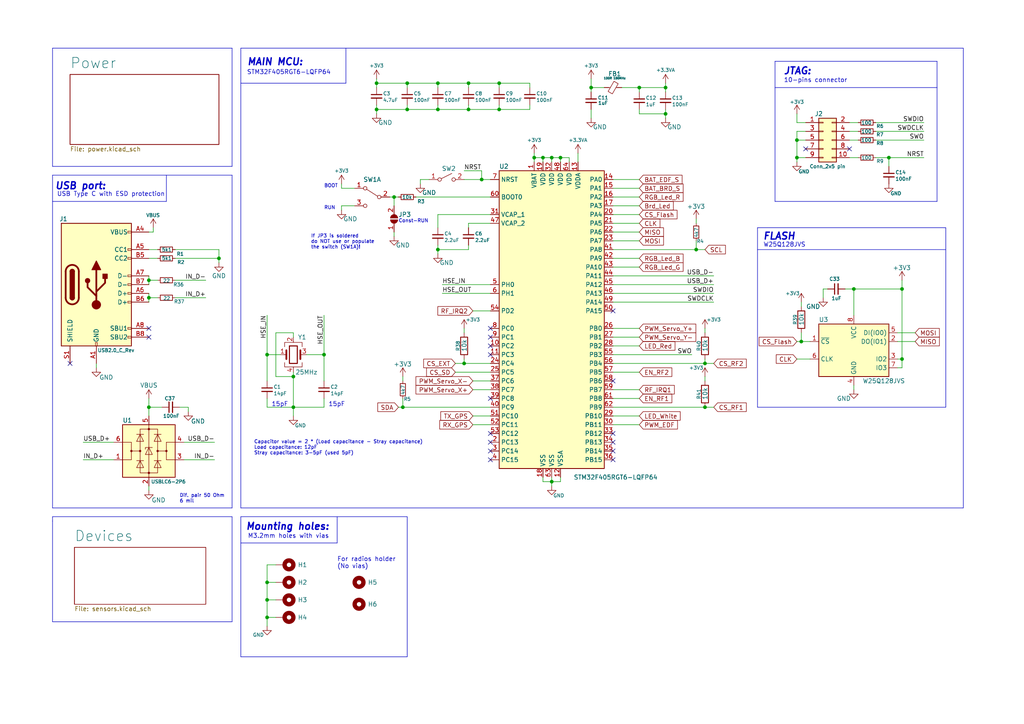
<source format=kicad_sch>
(kicad_sch (version 20231120) (generator "eeschema") (generator_version "8.0")
  (paper "A4")
  (title_block (title "Amon board") (date "2023-02-15") (rev "2.2") (company " Tinta T.") (comment 1 "Project: Amon Lander"))
  (lib_symbols
    (symbol "Connector:USB_C_Receptacle_USB2.0" (pin_names (offset 1.016))
      (property "Reference" "J" (at -10.16 19.05 0))
      (property "Value" "USB_C_Receptacle_USB2.0" (at 19.05 19.05 0))
      (symbol "USB_C_Receptacle_USB2.0_1_1"
        (pin passive line (at 0 -22.86 90) (length 5.08) (name "GND") (number "A1"))
        (pin passive line (at 0 -22.86 90) (length 5.08) hide (name "GND") (number "A12"))
        (pin passive line (at 15.24 15.24 180) (length 5.08) (name "VBUS") (number "A4"))
        (pin bidirectional line (at 15.24 10.16 180) (length 5.08) (name "CC1") (number "A5"))
        (pin bidirectional line (at 15.24 -2.54 180) (length 5.08) (name "D+") (number "A6"))
        (pin bidirectional line (at 15.24 2.54 180) (length 5.08) (name "D-") (number "A7"))
        (pin bidirectional line (at 15.24 -12.7 180) (length 5.08) (name "SBU1") (number "A8"))
        (pin passive line (at 15.24 15.24 180) (length 5.08) hide (name "VBUS") (number "A9"))
        (pin passive line (at 0 -22.86 90) (length 5.08) hide (name "GND") (number "B1"))
        (pin passive line (at 0 -22.86 90) (length 5.08) hide (name "GND") (number "B12"))
        (pin passive line (at 15.24 15.24 180) (length 5.08) hide (name "VBUS") (number "B4"))
        (pin bidirectional line (at 15.24 7.62 180) (length 5.08) (name "CC2") (number "B5"))
        (pin bidirectional line (at 15.24 -5.08 180) (length 5.08) (name "D+") (number "B6"))
        (pin bidirectional line (at 15.24 0 180) (length 5.08) (name "D-") (number "B7"))
        (pin bidirectional line (at 15.24 -15.24 180) (length 5.08) (name "SBU2") (number "B8"))
        (pin passive line (at 15.24 15.24 180) (length 5.08) hide (name "VBUS") (number "B9"))
        (pin passive line (at -7.62 -22.86 90) (length 5.08) (name "SHIELD") (number "S1"))
      )
    )
    (symbol "Connector_Generic:Conn_02x05_Odd_Even" (pin_names (offset 1.016) hide)
      (property "Reference" "J" (at 1.27 7.62 0))
      (property "Value" "Conn_02x05_Odd_Even" (at 1.27 -7.62 0))
      (symbol "Conn_02x05_Odd_Even_1_1"
        (pin passive line (at -5.08 5.08 0) (length 3.81) (name "Pin_1") (number "1"))
        (pin passive line (at 7.62 -5.08 180) (length 3.81) (name "Pin_10") (number "10"))
        (pin passive line (at 7.62 5.08 180) (length 3.81) (name "Pin_2") (number "2"))
        (pin passive line (at -5.08 2.54 0) (length 3.81) (name "Pin_3") (number "3"))
        (pin passive line (at 7.62 2.54 180) (length 3.81) (name "Pin_4") (number "4"))
        (pin passive line (at -5.08 0 0) (length 3.81) (name "Pin_5") (number "5"))
        (pin passive line (at 7.62 0 180) (length 3.81) (name "Pin_6") (number "6"))
        (pin passive line (at -5.08 -2.54 0) (length 3.81) (name "Pin_7") (number "7"))
        (pin passive line (at 7.62 -2.54 180) (length 3.81) (name "Pin_8") (number "8"))
        (pin passive line (at -5.08 -5.08 0) (length 3.81) (name "Pin_9") (number "9"))
      )
    )
    (symbol "Device:C_Small" (pin_numbers hide) (pin_names (offset 0.254) hide)
      (property "Reference" "C" (at 0.254 1.778 0))
      (property "Value" "C_Small" (at 0.254 -2.032 0))
      (symbol "C_Small_1_1"
        (pin passive line (at 0 2.54 270) (length 2.032) (name "~") (number "1"))
        (pin passive line (at 0 -2.54 90) (length 2.032) (name "~") (number "2"))
      )
    )
    (symbol "Device:Crystal_GND24" (pin_names (offset 1.016) hide)
      (property "Reference" "Y" (at 3.175 5.08 0))
      (property "Value" "Crystal_GND24" (at 3.175 3.175 0))
      (symbol "Crystal_GND24_1_1"
        (pin passive line (at -3.81 0 0) (length 1.27) (name "1") (number "1"))
        (pin passive line (at 0 5.08 270) (length 1.27) (name "2") (number "2"))
        (pin passive line (at 3.81 0 180) (length 1.27) (name "3") (number "3"))
        (pin passive line (at 0 -5.08 90) (length 1.27) (name "4") (number "4"))
      )
    )
    (symbol "Device:FerriteBead_Small" (pin_numbers hide) (pin_names (offset 0))
      (property "Reference" "FB" (at 1.905 1.27 0))
      (property "Value" "FerriteBead_Small" (at 1.905 -1.27 0))
      (symbol "FerriteBead_Small_1_1"
        (pin passive line (at 0 2.54 270) (length 1.27) (name "~") (number "1"))
        (pin passive line (at 0 -2.54 90) (length 1.27) (name "~") (number "2"))
      )
    )
    (symbol "Device:R" (pin_numbers hide) (pin_names (offset 0))
      (property "Reference" "R" (at 2.032 0 90))
      (property "Value" "R" (at 0 0 90))
      (symbol "R_1_1"
        (pin passive line (at 0 3.81 270) (length 1.27) (name "~") (number "1"))
        (pin passive line (at 0 -3.81 90) (length 1.27) (name "~") (number "2"))
      )
    )
    (symbol "Device:R_Small" (pin_numbers hide) (pin_names (offset 0.254) hide)
      (property "Reference" "R" (at 0.762 0.508 0))
      (property "Value" "R_Small" (at 0.762 -1.016 0))
      (symbol "R_Small_1_1"
        (pin passive line (at 0 2.54 270) (length 0.762) (name "~") (number "1"))
        (pin passive line (at 0 -2.54 90) (length 0.762) (name "~") (number "2"))
      )
    )
    (symbol "Jumper:SolderJumper_2_Open" (pin_names (offset 0) hide)
      (property "Reference" "JP" (at 0 2.032 0))
      (property "Value" "SolderJumper_2_Open" (at 0 -2.54 0))
      (symbol "SolderJumper_2_Open_1_1"
        (pin passive line (at -3.81 0 0) (length 2.54) (name "A") (number "1"))
        (pin passive line (at 3.81 0 180) (length 2.54) (name "B") (number "2"))
      )
    )
    (symbol "MCU_ST_STM32F4:STM32F405RGTx"
      (property "Reference" "U" (at -15.24 44.45 0))
      (property "Value" "STM32F405RGTx" (at 10.16 44.45 0))
      (symbol "STM32F405RGTx_1_1"
        (pin power_in line (at -5.08 45.72 270) (length 2.54) (name "VBAT") (number "1"))
        (pin bidirectional line (at -17.78 -7.62 0) (length 2.54) (name "PC2") (number "10"))
        (pin bidirectional line (at -17.78 -10.16 0) (length 2.54) (name "PC3") (number "11"))
        (pin power_in line (at 2.54 -45.72 90) (length 2.54) (name "VSSA") (number "12"))
        (pin power_in line (at 7.62 45.72 270) (length 2.54) (name "VDDA") (number "13"))
        (pin bidirectional line (at 17.78 40.64 180) (length 2.54) (name "PA0") (number "14"))
        (pin bidirectional line (at 17.78 38.1 180) (length 2.54) (name "PA1") (number "15"))
        (pin bidirectional line (at 17.78 35.56 180) (length 2.54) (name "PA2") (number "16"))
        (pin bidirectional line (at 17.78 33.02 180) (length 2.54) (name "PA3") (number "17"))
        (pin power_in line (at -2.54 -45.72 90) (length 2.54) (name "VSS") (number "18"))
        (pin power_in line (at -2.54 45.72 270) (length 2.54) (name "VDD") (number "19"))
        (pin bidirectional line (at -17.78 -35.56 0) (length 2.54) (name "PC13") (number "2"))
        (pin bidirectional line (at 17.78 30.48 180) (length 2.54) (name "PA4") (number "20"))
        (pin bidirectional line (at 17.78 27.94 180) (length 2.54) (name "PA5") (number "21"))
        (pin bidirectional line (at 17.78 25.4 180) (length 2.54) (name "PA6") (number "22"))
        (pin bidirectional line (at 17.78 22.86 180) (length 2.54) (name "PA7") (number "23"))
        (pin bidirectional line (at -17.78 -12.7 0) (length 2.54) (name "PC4") (number "24"))
        (pin bidirectional line (at -17.78 -15.24 0) (length 2.54) (name "PC5") (number "25"))
        (pin bidirectional line (at 17.78 -2.54 180) (length 2.54) (name "PB0") (number "26"))
        (pin bidirectional line (at 17.78 -5.08 180) (length 2.54) (name "PB1") (number "27"))
        (pin bidirectional line (at 17.78 -7.62 180) (length 2.54) (name "PB2") (number "28"))
        (pin bidirectional line (at 17.78 -27.94 180) (length 2.54) (name "PB10") (number "29"))
        (pin bidirectional line (at -17.78 -38.1 0) (length 2.54) (name "PC14") (number "3"))
        (pin bidirectional line (at 17.78 -30.48 180) (length 2.54) (name "PB11") (number "30"))
        (pin power_in line (at -17.78 30.48 0) (length 2.54) (name "VCAP_1") (number "31"))
        (pin power_in line (at 0 45.72 270) (length 2.54) (name "VDD") (number "32"))
        (pin bidirectional line (at 17.78 -33.02 180) (length 2.54) (name "PB12") (number "33"))
        (pin bidirectional line (at 17.78 -35.56 180) (length 2.54) (name "PB13") (number "34"))
        (pin bidirectional line (at 17.78 -38.1 180) (length 2.54) (name "PB14") (number "35"))
        (pin bidirectional line (at 17.78 -40.64 180) (length 2.54) (name "PB15") (number "36"))
        (pin bidirectional line (at -17.78 -17.78 0) (length 2.54) (name "PC6") (number "37"))
        (pin bidirectional line (at -17.78 -20.32 0) (length 2.54) (name "PC7") (number "38"))
        (pin bidirectional line (at -17.78 -22.86 0) (length 2.54) (name "PC8") (number "39"))
        (pin bidirectional line (at -17.78 -40.64 0) (length 2.54) (name "PC15") (number "4"))
        (pin bidirectional line (at -17.78 -25.4 0) (length 2.54) (name "PC9") (number "40"))
        (pin bidirectional line (at 17.78 20.32 180) (length 2.54) (name "PA8") (number "41"))
        (pin bidirectional line (at 17.78 17.78 180) (length 2.54) (name "PA9") (number "42"))
        (pin bidirectional line (at 17.78 15.24 180) (length 2.54) (name "PA10") (number "43"))
        (pin bidirectional line (at 17.78 12.7 180) (length 2.54) (name "PA11") (number "44"))
        (pin bidirectional line (at 17.78 10.16 180) (length 2.54) (name "PA12") (number "45"))
        (pin bidirectional line (at 17.78 7.62 180) (length 2.54) (name "PA13") (number "46"))
        (pin power_in line (at -17.78 27.94 0) (length 2.54) (name "VCAP_2") (number "47"))
        (pin power_in line (at 2.54 45.72 270) (length 2.54) (name "VDD") (number "48"))
        (pin bidirectional line (at 17.78 5.08 180) (length 2.54) (name "PA14") (number "49"))
        (pin input line (at -17.78 10.16 0) (length 2.54) (name "PH0") (number "5"))
        (pin bidirectional line (at 17.78 2.54 180) (length 2.54) (name "PA15") (number "50"))
        (pin bidirectional line (at -17.78 -27.94 0) (length 2.54) (name "PC10") (number "51"))
        (pin bidirectional line (at -17.78 -30.48 0) (length 2.54) (name "PC11") (number "52"))
        (pin bidirectional line (at -17.78 -33.02 0) (length 2.54) (name "PC12") (number "53"))
        (pin bidirectional line (at -17.78 2.54 0) (length 2.54) (name "PD2") (number "54"))
        (pin bidirectional line (at 17.78 -10.16 180) (length 2.54) (name "PB3") (number "55"))
        (pin bidirectional line (at 17.78 -12.7 180) (length 2.54) (name "PB4") (number "56"))
        (pin bidirectional line (at 17.78 -15.24 180) (length 2.54) (name "PB5") (number "57"))
        (pin bidirectional line (at 17.78 -17.78 180) (length 2.54) (name "PB6") (number "58"))
        (pin bidirectional line (at 17.78 -20.32 180) (length 2.54) (name "PB7") (number "59"))
        (pin input line (at -17.78 7.62 0) (length 2.54) (name "PH1") (number "6"))
        (pin input line (at -17.78 35.56 0) (length 2.54) (name "BOOT0") (number "60"))
        (pin bidirectional line (at 17.78 -22.86 180) (length 2.54) (name "PB8") (number "61"))
        (pin bidirectional line (at 17.78 -25.4 180) (length 2.54) (name "PB9") (number "62"))
        (pin power_in line (at 0 -45.72 90) (length 2.54) (name "VSS") (number "63"))
        (pin power_in line (at 5.08 45.72 270) (length 2.54) (name "VDD") (number "64"))
        (pin input line (at -17.78 40.64 0) (length 2.54) (name "NRST") (number "7"))
        (pin bidirectional line (at -17.78 -2.54 0) (length 2.54) (name "PC0") (number "8"))
        (pin bidirectional line (at -17.78 -5.08 0) (length 2.54) (name "PC1") (number "9"))
      )
    )
    (symbol "Mechanical:MountingHole" (pin_names (offset 1.016))
      (property "Reference" "H" (at 0 5.08 0))
      (property "Value" "MountingHole" (at 0 3.175 0))
    )
    (symbol "Mechanical:MountingHole_Pad" (pin_numbers hide) (pin_names (offset 1.016) hide)
      (property "Reference" "H" (at 0 6.35 0))
      (property "Value" "MountingHole_Pad" (at 0 4.445 0))
      (symbol "MountingHole_Pad_1_1"
        (pin input line (at 0 -2.54 90) (length 2.54) (name "1") (number "1"))
      )
    )
    (symbol "Memory_Flash:W25Q128JVS"
      (property "Reference" "U" (at -8.89 8.89 0))
      (property "Value" "W25Q128JVS" (at 7.62 8.89 0))
      (symbol "W25Q128JVS_1_1"
        (pin input line (at -12.7 2.54 0) (length 2.54) (name "~{CS}") (number "1"))
        (pin bidirectional line (at 12.7 2.54 180) (length 2.54) (name "DO(IO1)") (number "2"))
        (pin bidirectional line (at 12.7 -2.54 180) (length 2.54) (name "IO2") (number "3"))
        (pin power_in line (at 0 -10.16 90) (length 2.54) (name "GND") (number "4"))
        (pin bidirectional line (at 12.7 5.08 180) (length 2.54) (name "DI(IO0)") (number "5"))
        (pin input line (at -12.7 -2.54 0) (length 2.54) (name "CLK") (number "6"))
        (pin bidirectional line (at 12.7 -5.08 180) (length 2.54) (name "IO3") (number "7"))
        (pin power_in line (at 0 10.16 270) (length 2.54) (name "VCC") (number "8"))
      )
    )
    (symbol "Power_Protection:USBLC6-2P6" (pin_names hide)
      (property "Reference" "U" (at 2.54 8.89 0))
      (property "Value" "USBLC6-2P6" (at 2.54 -8.89 0))
      (symbol "USBLC6-2P6_1_1"
        (pin passive line (at -10.16 -2.54 0) (length 2.54) (name "I/O1") (number "1"))
        (pin passive line (at 0 -10.16 90) (length 2.54) (name "GND") (number "2"))
        (pin passive line (at 10.16 -2.54 180) (length 2.54) (name "I/O2") (number "3"))
        (pin passive line (at 10.16 2.54 180) (length 2.54) (name "I/O2") (number "4"))
        (pin passive line (at 0 10.16 270) (length 2.54) (name "VBUS") (number "5"))
        (pin passive line (at -10.16 2.54 0) (length 2.54) (name "I/O1") (number "6"))
      )
    )
    (symbol "Switch:SW_DPDT_x2" (pin_names (offset 0) hide)
      (property "Reference" "SW" (at 0 4.318 0))
      (property "Value" "SW_DPDT_x2" (at 0 -5.08 0))
      (symbol "SW_DPDT_x2_1_1"
        (pin passive line (at 5.08 2.54 180) (length 2.54) (name "A") (number "1"))
        (pin passive line (at -5.08 0 0) (length 2.54) (name "B") (number "2"))
        (pin passive line (at 5.08 -2.54 180) (length 2.54) (name "C") (number "3"))
      )
      (symbol "SW_DPDT_x2_2_1"
        (pin passive line (at 5.08 2.54 180) (length 2.54) (name "A") (number "4"))
        (pin passive line (at -5.08 0 0) (length 2.54) (name "B") (number "5"))
        (pin passive line (at 5.08 -2.54 180) (length 2.54) (name "C") (number "6"))
      )
    )
    (symbol "Switch:SW_SPST" (pin_names (offset 0) hide)
      (property "Reference" "SW" (at 0 3.175 0))
      (property "Value" "SW_SPST" (at 0 -2.54 0))
      (symbol "SW_SPST_1_1"
        (pin passive line (at -5.08 0 0) (length 2.54) (name "A") (number "1"))
        (pin passive line (at 5.08 0 180) (length 2.54) (name "B") (number "2"))
      )
    )
    (symbol "power:+3.3V" (power) (pin_names (offset 0))
      (property "Value" "+3.3V" (at 0 3.556 0))
      (symbol "+3.3V_1_1"
        (pin power_in line (at 0 0 90) (length 0) hide (name "+3V3") (number "1"))
      )
    )
    (symbol "power:+3.3VA" (power) (pin_names (offset 0))
      (property "Value" "+3.3VA" (at 0 3.556 0))
      (symbol "+3.3VA_1_1"
        (pin power_in line (at 0 0 90) (length 0) hide (name "+3.3VA") (number "1"))
      )
    )
    (symbol "power:GND" (power) (pin_names (offset 0))
      (property "Value" "GND" (at 0 -3.81 0))
      (symbol "GND_1_1"
        (pin power_in line (at 0 0 270) (length 0) hide (name "GND") (number "1"))
      )
    )
    (symbol "power:VBUS" (power) (pin_names (offset 0))
      (property "Value" "VBUS" (at 0 3.81 0))
      (symbol "VBUS_1_1"
        (pin power_in line (at 0 0 90) (length 0) hide (name "VBUS") (number "1"))
      )
    )
  )
  (junction (at 77.47 168.91))
  (junction (at 93.98 102.87))
  (junction (at 116.84 118.11))
  (junction (at 114.3 57.15))
  (junction (at 85.09 118.11))
  (junction (at 204.47 105.41))
  (junction (at 43.18 86.36))
  (junction (at 231.14 45.72))
  (junction (at 162.56 45.72))
  (junction (at 135.89 31.75))
  (junction (at 144.78 31.75))
  (junction (at 231.14 40.64))
  (junction (at 154.94 45.72))
  (junction (at 63.5 74.93))
  (junction (at 157.48 45.72))
  (junction (at 193.04 25.4))
  (junction (at 77.47 173.99))
  (junction (at 118.11 24.13))
  (junction (at 204.47 118.11))
  (junction (at 201.93 72.39))
  (junction (at 118.11 31.75))
  (junction (at 257.81 45.72))
  (junction (at 144.78 24.13))
  (junction (at 135.89 24.13))
  (junction (at 127 24.13))
  (junction (at 185.42 25.4))
  (junction (at 43.18 81.28))
  (junction (at 85.09 109.22))
  (junction (at 160.02 45.72))
  (junction (at 261.62 83.82))
  (junction (at 77.47 179.07))
  (junction (at 134.62 105.41))
  (junction (at 109.22 24.13))
  (junction (at 127 72.39))
  (junction (at 77.47 102.87))
  (junction (at 160.02 139.7))
  (junction (at 193.04 33.02))
  (junction (at 232.41 99.06))
  (junction (at 139.7 52.07))
  (junction (at 261.62 104.14))
  (junction (at 43.18 118.11))
  (junction (at 127 31.75))
  (junction (at 247.65 83.82))
  (junction (at 171.45 25.4))
  (junction (at 109.22 31.75))
  (no_connect (at 20.32 105.41))
  (no_connect (at 233.68 43.18))
  (no_connect (at 43.18 97.79))
  (no_connect (at 43.18 95.25))
  (no_connect (at 246.38 43.18))
  (no_connect (at 142.24 115.57))
  (no_connect (at 142.24 102.87))
  (no_connect (at 142.24 125.73))
  (no_connect (at 142.24 128.27))
  (no_connect (at 142.24 130.81))
  (no_connect (at 142.24 133.35))
  (no_connect (at 142.24 95.25))
  (no_connect (at 142.24 97.79))
  (no_connect (at 142.24 100.33))
  (no_connect (at 177.8 125.73))
  (no_connect (at 177.8 128.27))
  (no_connect (at 177.8 130.81))
  (no_connect (at 177.8 133.35))
  (no_connect (at 177.8 110.49))
  (no_connect (at 177.8 90.17))
  (wire (pts (xy 177.8 59.69) (xy 185.42 59.69)))
  (wire (pts (xy 102.87 59.69) (xy 99.06 59.69)))
  (wire (pts (xy 128.27 85.09) (xy 142.24 85.09)))
  (wire (pts (xy 53.34 128.27) (xy 62.23 128.27)))
  (wire (pts (xy 247.65 83.82) (xy 261.62 83.82)))
  (wire (pts (xy 114.3 67.31) (xy 114.3 68.58)))
  (wire (pts (xy 240.03 83.82) (xy 238.76 83.82)))
  (wire (pts (xy 245.11 83.82) (xy 247.65 83.82)))
  (wire (pts (xy 118.11 25.4) (xy 118.11 24.13)))
  (polyline (pts (xy 15.24 151.13) (xy 15.24 180.34)))
  (wire (pts (xy 201.93 69.85) (xy 201.93 72.39)))
  (wire (pts (xy 116.84 118.11) (xy 142.24 118.11)))
  (wire (pts (xy 261.62 83.82) (xy 261.62 81.28)))
  (wire (pts (xy 177.8 105.41) (xy 204.47 105.41)))
  (wire (pts (xy 109.22 30.48) (xy 109.22 31.75)))
  (wire (pts (xy 233.68 38.1) (xy 231.14 38.1)))
  (wire (pts (xy 93.98 91.44) (xy 93.98 102.87)))
  (polyline (pts (xy 69.85 13.97) (xy 69.85 147.32)))
  (wire (pts (xy 153.67 31.75) (xy 144.78 31.75)))
  (wire (pts (xy 238.76 83.82) (xy 238.76 86.36)))
  (wire (pts (xy 99.06 53.34) (xy 99.06 54.61)))
  (wire (pts (xy 185.42 26.67) (xy 185.42 25.4)))
  (wire (pts (xy 204.47 109.22) (xy 204.47 110.49)))
  (wire (pts (xy 177.8 100.33) (xy 185.42 100.33)))
  (wire (pts (xy 43.18 85.09) (xy 43.18 86.36)))
  (polyline (pts (xy 118.11 190.5) (xy 118.11 149.86)))
  (wire (pts (xy 139.7 49.53) (xy 139.7 52.07)))
  (wire (pts (xy 193.04 33.02) (xy 193.04 34.29)))
  (wire (pts (xy 180.34 25.4) (xy 185.42 25.4)))
  (wire (pts (xy 177.8 72.39) (xy 201.93 72.39)))
  (wire (pts (xy 171.45 22.86) (xy 171.45 25.4)))
  (polyline (pts (xy 69.85 190.5) (xy 118.11 190.5)))
  (wire (pts (xy 157.48 139.7) (xy 160.02 139.7)))
  (wire (pts (xy 43.18 142.24) (xy 43.18 140.97)))
  (wire (pts (xy 232.41 87.63) (xy 232.41 88.9)))
  (wire (pts (xy 177.8 85.09) (xy 207.01 85.09)))
  (polyline (pts (xy 69.85 149.86) (xy 69.85 190.5)))
  (wire (pts (xy 127 71.12) (xy 127 72.39)))
  (wire (pts (xy 157.48 138.43) (xy 157.48 139.7)))
  (wire (pts (xy 232.41 99.06) (xy 234.95 99.06)))
  (wire (pts (xy 127 62.23) (xy 127 66.04)))
  (wire (pts (xy 109.22 24.13) (xy 109.22 25.4)))
  (wire (pts (xy 85.09 97.79) (xy 85.09 96.52)))
  (wire (pts (xy 137.16 120.65) (xy 142.24 120.65)))
  (wire (pts (xy 50.8 86.36) (xy 59.69 86.36)))
  (wire (pts (xy 193.04 25.4) (xy 193.04 26.67)))
  (polyline (pts (xy 69.85 13.97) (xy 279.4 13.97)))
  (wire (pts (xy 154.94 45.72) (xy 157.48 45.72)))
  (wire (pts (xy 177.8 52.07) (xy 185.42 52.07)))
  (polyline (pts (xy 274.32 118.11) (xy 274.32 66.04)))
  (wire (pts (xy 246.38 45.72) (xy 248.92 45.72)))
  (wire (pts (xy 231.14 45.72) (xy 231.14 46.99)))
  (wire (pts (xy 144.78 30.48) (xy 144.78 31.75)))
  (wire (pts (xy 246.38 38.1) (xy 248.92 38.1)))
  (wire (pts (xy 153.67 25.4) (xy 153.67 24.13)))
  (wire (pts (xy 160.02 45.72) (xy 157.48 45.72)))
  (wire (pts (xy 162.56 139.7) (xy 160.02 139.7)))
  (wire (pts (xy 204.47 105.41) (xy 207.01 105.41)))
  (polyline (pts (xy 15.24 149.86) (xy 15.24 151.13)))
  (wire (pts (xy 63.5 74.93) (xy 63.5 76.2)))
  (polyline (pts (xy 219.71 66.04) (xy 219.71 118.11)))
  (wire (pts (xy 177.8 80.01) (xy 207.01 80.01)))
  (wire (pts (xy 27.94 105.41) (xy 27.94 106.68)))
  (wire (pts (xy 24.13 133.35) (xy 33.02 133.35)))
  (wire (pts (xy 118.11 30.48) (xy 118.11 31.75)))
  (wire (pts (xy 43.18 118.11) (xy 43.18 120.65)))
  (wire (pts (xy 231.14 99.06) (xy 232.41 99.06)))
  (wire (pts (xy 204.47 95.25) (xy 204.47 96.52)))
  (wire (pts (xy 142.24 62.23) (xy 127 62.23)))
  (wire (pts (xy 231.14 45.72) (xy 233.68 45.72)))
  (wire (pts (xy 63.5 72.39) (xy 63.5 74.93)))
  (wire (pts (xy 137.16 110.49) (xy 142.24 110.49)))
  (wire (pts (xy 177.8 118.11) (xy 204.47 118.11)))
  (wire (pts (xy 139.7 52.07) (xy 142.24 52.07)))
  (wire (pts (xy 260.35 96.52) (xy 265.43 96.52)))
  (wire (pts (xy 231.14 104.14) (xy 234.95 104.14)))
  (wire (pts (xy 177.8 82.55) (xy 207.01 82.55)))
  (wire (pts (xy 204.47 118.11) (xy 207.01 118.11)))
  (wire (pts (xy 114.3 57.15) (xy 114.3 59.69)))
  (wire (pts (xy 167.64 44.45) (xy 167.64 46.99)))
  (wire (pts (xy 134.62 95.25) (xy 134.62 96.52)))
  (wire (pts (xy 24.13 128.27) (xy 33.02 128.27)))
  (wire (pts (xy 77.47 102.87) (xy 77.47 110.49)))
  (wire (pts (xy 177.8 69.85) (xy 185.42 69.85)))
  (wire (pts (xy 160.02 139.7) (xy 160.02 138.43)))
  (wire (pts (xy 127 30.48) (xy 127 31.75)))
  (polyline (pts (xy 67.31 48.26) (xy 67.31 13.97)))
  (wire (pts (xy 162.56 46.99) (xy 162.56 45.72)))
  (polyline (pts (xy 67.31 13.97) (xy 15.24 13.97)))
  (wire (pts (xy 153.67 30.48) (xy 153.67 31.75)))
  (wire (pts (xy 137.16 90.17) (xy 142.24 90.17)))
  (wire (pts (xy 154.94 44.45) (xy 154.94 45.72)))
  (wire (pts (xy 171.45 25.4) (xy 171.45 26.67)))
  (wire (pts (xy 77.47 173.99) (xy 80.01 173.99)))
  (wire (pts (xy 254 45.72) (xy 257.81 45.72)))
  (wire (pts (xy 53.34 133.35) (xy 62.23 133.35)))
  (wire (pts (xy 113.03 57.15) (xy 114.3 57.15)))
  (wire (pts (xy 144.78 24.13) (xy 135.89 24.13)))
  (wire (pts (xy 177.8 54.61) (xy 185.42 54.61)))
  (wire (pts (xy 43.18 81.28) (xy 43.18 82.55)))
  (wire (pts (xy 121.92 52.07) (xy 121.92 53.34)))
  (wire (pts (xy 99.06 59.69) (xy 99.06 60.96)))
  (wire (pts (xy 77.47 163.83) (xy 80.01 163.83)))
  (wire (pts (xy 114.3 57.15) (xy 115.57 57.15)))
  (wire (pts (xy 177.8 87.63) (xy 207.01 87.63)))
  (wire (pts (xy 85.09 109.22) (xy 85.09 107.95)))
  (polyline (pts (xy 224.79 25.4) (xy 271.78 25.4)))
  (polyline (pts (xy 69.85 157.48) (xy 97.79 157.48)))
  (wire (pts (xy 204.47 104.14) (xy 204.47 105.41)))
  (wire (pts (xy 93.98 102.87) (xy 88.9 102.87)))
  (polyline (pts (xy 219.71 72.39) (xy 274.32 72.39)))
  (wire (pts (xy 160.02 46.99) (xy 160.02 45.72)))
  (wire (pts (xy 177.8 74.93) (xy 185.42 74.93)))
  (wire (pts (xy 231.14 40.64) (xy 231.14 45.72)))
  (wire (pts (xy 134.62 52.07) (xy 139.7 52.07)))
  (wire (pts (xy 137.16 123.19) (xy 142.24 123.19)))
  (wire (pts (xy 185.42 33.02) (xy 193.04 33.02)))
  (wire (pts (xy 43.18 67.31) (xy 44.45 67.31)))
  (wire (pts (xy 127 25.4) (xy 127 24.13)))
  (wire (pts (xy 177.8 102.87) (xy 200.66 102.87)))
  (wire (pts (xy 177.8 95.25) (xy 185.42 95.25)))
  (wire (pts (xy 77.47 118.11) (xy 85.09 118.11)))
  (wire (pts (xy 128.27 82.55) (xy 142.24 82.55)))
  (wire (pts (xy 231.14 40.64) (xy 233.68 40.64)))
  (wire (pts (xy 43.18 72.39) (xy 45.72 72.39)))
  (wire (pts (xy 134.62 49.53) (xy 139.7 49.53)))
  (wire (pts (xy 43.18 74.93) (xy 45.72 74.93)))
  (wire (pts (xy 177.8 123.19) (xy 185.42 123.19)))
  (wire (pts (xy 177.8 64.77) (xy 185.42 64.77)))
  (wire (pts (xy 261.62 106.68) (xy 261.62 104.14)))
  (wire (pts (xy 177.8 120.65) (xy 185.42 120.65)))
  (wire (pts (xy 177.8 115.57) (xy 185.42 115.57)))
  (polyline (pts (xy 67.31 149.86) (xy 15.24 149.86)))
  (wire (pts (xy 116.84 115.57) (xy 116.84 118.11)))
  (wire (pts (xy 50.8 74.93) (xy 63.5 74.93)))
  (wire (pts (xy 135.89 31.75) (xy 127 31.75)))
  (polyline (pts (xy 97.79 149.86) (xy 97.79 157.48)))
  (wire (pts (xy 85.09 118.11) (xy 93.98 118.11)))
  (wire (pts (xy 132.08 105.41) (xy 134.62 105.41)))
  (wire (pts (xy 127 72.39) (xy 127 73.66)))
  (wire (pts (xy 77.47 168.91) (xy 80.01 168.91)))
  (wire (pts (xy 77.47 181.61) (xy 77.47 179.07)))
  (wire (pts (xy 177.8 113.03) (xy 185.42 113.03)))
  (wire (pts (xy 201.93 64.77) (xy 201.93 63.5)))
  (wire (pts (xy 153.67 24.13) (xy 144.78 24.13)))
  (polyline (pts (xy 15.24 50.8) (xy 15.24 147.32)))
  (polyline (pts (xy 219.71 118.11) (xy 274.32 118.11)))
  (polyline (pts (xy 67.31 50.8) (xy 15.24 50.8)))
  (wire (pts (xy 247.65 83.82) (xy 247.65 91.44)))
  (wire (pts (xy 177.8 62.23) (xy 185.42 62.23)))
  (wire (pts (xy 109.22 31.75) (xy 109.22 33.02)))
  (wire (pts (xy 185.42 31.75) (xy 185.42 33.02)))
  (wire (pts (xy 246.38 35.56) (xy 248.92 35.56)))
  (polyline (pts (xy 271.78 58.42) (xy 224.79 58.42)))
  (wire (pts (xy 201.93 72.39) (xy 204.47 72.39)))
  (wire (pts (xy 154.94 46.99) (xy 154.94 45.72)))
  (wire (pts (xy 43.18 86.36) (xy 45.72 86.36)))
  (wire (pts (xy 77.47 168.91) (xy 77.47 163.83)))
  (wire (pts (xy 231.14 33.02) (xy 231.14 35.56)))
  (wire (pts (xy 261.62 104.14) (xy 261.62 83.82)))
  (wire (pts (xy 246.38 40.64) (xy 248.92 40.64)))
  (polyline (pts (xy 69.85 147.32) (xy 279.4 147.32)))
  (wire (pts (xy 124.46 52.07) (xy 121.92 52.07)))
  (wire (pts (xy 165.1 45.72) (xy 162.56 45.72)))
  (wire (pts (xy 132.08 107.95) (xy 142.24 107.95)))
  (polyline (pts (xy 219.71 66.04) (xy 274.32 66.04)))
  (wire (pts (xy 232.41 96.52) (xy 232.41 99.06)))
  (wire (pts (xy 50.8 72.39) (xy 63.5 72.39)))
  (wire (pts (xy 193.04 24.13) (xy 193.04 25.4)))
  (polyline (pts (xy 67.31 180.34) (xy 67.31 149.86)))
  (wire (pts (xy 116.84 109.22) (xy 116.84 110.49)))
  (wire (pts (xy 80.01 96.52) (xy 80.01 109.22)))
  (polyline (pts (xy 69.85 24.13) (xy 100.33 24.13)))
  (wire (pts (xy 177.8 107.95) (xy 185.42 107.95)))
  (wire (pts (xy 77.47 179.07) (xy 80.01 179.07)))
  (wire (pts (xy 257.81 45.72) (xy 267.97 45.72)))
  (wire (pts (xy 135.89 25.4) (xy 135.89 24.13)))
  (wire (pts (xy 142.24 64.77) (xy 135.89 64.77)))
  (polyline (pts (xy 100.33 13.97) (xy 100.33 24.13)))
  (wire (pts (xy 171.45 31.75) (xy 171.45 34.29)))
  (wire (pts (xy 254 35.56) (xy 267.97 35.56)))
  (polyline (pts (xy 15.24 13.97) (xy 15.24 48.26)))
  (wire (pts (xy 257.81 45.72) (xy 257.81 48.26)))
  (wire (pts (xy 127 31.75) (xy 118.11 31.75)))
  (wire (pts (xy 135.89 24.13) (xy 127 24.13)))
  (wire (pts (xy 185.42 25.4) (xy 193.04 25.4)))
  (wire (pts (xy 144.78 31.75) (xy 135.89 31.75)))
  (wire (pts (xy 135.89 30.48) (xy 135.89 31.75)))
  (wire (pts (xy 177.8 67.31) (xy 185.42 67.31)))
  (wire (pts (xy 260.35 106.68) (xy 261.62 106.68)))
  (wire (pts (xy 254 38.1) (xy 267.97 38.1)))
  (polyline (pts (xy 48.26 58.42) (xy 48.26 50.8)))
  (wire (pts (xy 247.65 111.76) (xy 247.65 113.03)))
  (wire (pts (xy 52.07 118.11) (xy 54.61 118.11)))
  (wire (pts (xy 177.8 77.47) (xy 185.42 77.47)))
  (wire (pts (xy 93.98 102.87) (xy 93.98 110.49)))
  (wire (pts (xy 231.14 38.1) (xy 231.14 40.64)))
  (wire (pts (xy 231.14 35.56) (xy 233.68 35.56)))
  (wire (pts (xy 127 72.39) (xy 135.89 72.39)))
  (wire (pts (xy 93.98 118.11) (xy 93.98 115.57)))
  (polyline (pts (xy 67.31 147.32) (xy 67.31 50.8)))
  (wire (pts (xy 135.89 64.77) (xy 135.89 66.04)))
  (wire (pts (xy 85.09 118.11) (xy 85.09 120.65)))
  (wire (pts (xy 160.02 139.7) (xy 160.02 140.97)))
  (wire (pts (xy 127 24.13) (xy 118.11 24.13)))
  (polyline (pts (xy 224.79 17.78) (xy 224.79 58.42)))
  (wire (pts (xy 134.62 105.41) (xy 142.24 105.41)))
  (polyline (pts (xy 224.79 17.78) (xy 271.78 17.78)))
  (wire (pts (xy 77.47 115.57) (xy 77.47 118.11)))
  (wire (pts (xy 43.18 86.36) (xy 43.18 87.63)))
  (polyline (pts (xy 15.24 180.34) (xy 67.31 180.34)))
  (wire (pts (xy 162.56 45.72) (xy 160.02 45.72)))
  (wire (pts (xy 137.16 113.03) (xy 142.24 113.03)))
  (wire (pts (xy 77.47 102.87) (xy 81.28 102.87)))
  (wire (pts (xy 135.89 72.39) (xy 135.89 71.12)))
  (wire (pts (xy 85.09 109.22) (xy 85.09 118.11)))
  (polyline (pts (xy 271.78 17.78) (xy 271.78 58.42)))
  (wire (pts (xy 109.22 22.86) (xy 109.22 24.13)))
  (wire (pts (xy 134.62 104.14) (xy 134.62 105.41)))
  (wire (pts (xy 118.11 24.13) (xy 109.22 24.13)))
  (wire (pts (xy 77.47 91.44) (xy 77.47 102.87)))
  (polyline (pts (xy 15.24 147.32) (xy 67.31 147.32)))
  (wire (pts (xy 157.48 45.72) (xy 157.48 46.99)))
  (wire (pts (xy 44.45 67.31) (xy 44.45 66.04)))
  (wire (pts (xy 171.45 25.4) (xy 175.26 25.4)))
  (wire (pts (xy 144.78 25.4) (xy 144.78 24.13)))
  (wire (pts (xy 85.09 96.52) (xy 80.01 96.52)))
  (wire (pts (xy 177.8 97.79) (xy 185.42 97.79)))
  (wire (pts (xy 177.8 57.15) (xy 185.42 57.15)))
  (wire (pts (xy 260.35 99.06) (xy 265.43 99.06)))
  (wire (pts (xy 46.99 118.11) (xy 43.18 118.11)))
  (wire (pts (xy 162.56 138.43) (xy 162.56 139.7)))
  (wire (pts (xy 43.18 115.57) (xy 43.18 118.11)))
  (polyline (pts (xy 118.11 149.86) (xy 69.85 149.86)))
  (wire (pts (xy 165.1 46.99) (xy 165.1 45.72)))
  (wire (pts (xy 43.18 80.01) (xy 43.18 81.28)))
  (wire (pts (xy 43.18 81.28) (xy 45.72 81.28)))
  (wire (pts (xy 260.35 104.14) (xy 261.62 104.14)))
  (wire (pts (xy 77.47 173.99) (xy 77.47 168.91)))
  (wire (pts (xy 50.8 81.28) (xy 59.69 81.28)))
  (polyline (pts (xy 15.24 48.26) (xy 67.31 48.26)))
  (wire (pts (xy 80.01 109.22) (xy 85.09 109.22)))
  (wire (pts (xy 77.47 179.07) (xy 77.47 173.99)))
  (polyline (pts (xy 15.24 58.42) (xy 48.26 58.42)))
  (wire (pts (xy 118.11 31.75) (xy 109.22 31.75)))
  (wire (pts (xy 99.06 54.61) (xy 102.87 54.61)))
  (wire (pts (xy 120.65 57.15) (xy 142.24 57.15)))
  (wire (pts (xy 254 40.64) (xy 267.97 40.64)))
  (wire (pts (xy 115.57 118.11) (xy 116.84 118.11)))
  (wire (pts (xy 193.04 31.75) (xy 193.04 33.02)))
  (wire (pts (xy 54.61 118.11) (xy 54.61 119.38)))
  (polyline (pts (xy 279.4 147.32) (xy 279.4 13.97)))
  (text "15pF" (at 78.74 118.11 0) (effects (font (size 1.27 1.27)) (justify left bottom)))
  (text "W25Q128JVS" (at 221.3771 71.853 0) (effects (font (size 1.27 1.27)) (justify left bottom)))
  (text "10-pins connector" (at 227.33 24.13 0) (effects (font (size 1.27 1.27)) (justify left bottom)))
  (text "If JP3 is soldered\ndo NOT use or populate\nthe switch (SW1A)!" (at 90.17 72.39 0) (effects (font (size 1 1)) (justify left bottom)))
  (text "15pF" (at 95.25 118.11 0) (effects (font (size 1.27 1.27)) (justify left bottom)))
  (text "Capacitor value = 2 * (Load capacitance - Stray capacitance)\nLoad capacitance: 12pF\nStray capacitance: 3-5pF (used 5pF)\n" (at 73.66 132.08 0) (effects (font (size 1 1)) (justify left bottom)))
  (text "RUN" (at 93.98 60.96 0) (effects (font (size 1 1)) (justify left bottom)))
  (text "JTAG:" (at 227.215 21.9167 0) (effects (font (size 2 2) (thickness 0.4) (bold yes) (italic yes)) (justify left bottom)))
  (text "M3.2mm holes with vias" (at 71.8577 156.3245 0) (effects (font (size 1.27 1.27)) (justify left bottom)))
  (text "Dif. pair 50 Ohm\n6 mil" (at 52.07 146.05 0) (effects (font (size 1 1)) (justify left bottom)))
  (text "USB port:" (at 15.875 55.245 0) (effects (font (size 2 2) (thickness 0.4) (bold yes) (italic yes)) (justify left bottom)))
  (text "Const-RUN" (at 115.57 64.77 0) (effects (font (size 1 1)) (justify left bottom)))
  (text "FLASH" (at 221.234 69.85 0) (effects (font (size 2 2) (thickness 0.4) (bold yes) (italic yes)) (justify left bottom)))
  (text "Mounting holes:" (at 71.2227 154.0315 0) (effects (font (size 2 2) (thickness 0.4) (bold yes) (italic yes)) (justify left bottom)))
  (text "MAIN MCU:" (at 71.5974 19.2832 0) (effects (font (size 2 2) (thickness 0.4) (bold yes) (italic yes)) (justify left bottom)))
  (text "USB Type C with ESD protection" (at 16.51 57.15 0) (effects (font (size 1.27 1.27)) (justify left bottom)))
  (text "BOOT" (at 93.98 54.61 0) (effects (font (size 1 1)) (justify left bottom)))
  (text "For radios holder\n(No vias)" (at 97.79 165.1 0) (effects (font (size 1.27 1.27)) (justify left bottom)))
  (text "STM32F405RGT6-LQFP64" (at 71.5974 21.8232 0) (effects (font (size 1.27 1.27)) (justify left bottom)))
  (label "HSE_IN" (at 77.47 91.44 270))
  (label "NRST" (at 134.62 49.53 0))
  (label "IN_D-" (at 62.23 133.35 180))
  (label "IN_D+" (at 59.69 86.36 180))
  (label "SWDIO" (at 267.97 35.56 180))
  (label "SWDCLK" (at 207.01 87.63 180))
  (label "IN_D+" (at 24.13 133.35 0))
  (label "SWO" (at 200.66 102.87 180))
  (label "SWDIO" (at 207.01 85.09 180))
  (label "NRST" (at 267.97 45.72 180))
  (label "SWDCLK" (at 267.97 38.1 180))
  (label "SWO" (at 267.97 40.64 180))
  (label "HSE_OUT" (at 93.98 91.44 270))
  (label "USB_D-" (at 207.01 80.01 180))
  (label "USB_D-" (at 62.23 128.27 180))
  (label "HSE_OUT" (at 128.27 85.09 0))
  (label "USB_D+" (at 24.13 128.27 0))
  (label "IN_D-" (at 59.69 81.28 180))
  (label "USB_D+" (at 207.01 82.55 180))
  (label "HSE_IN" (at 128.27 82.55 0))
  (global_label "PWM_EDF" (shape input) (at 185.42 123.19 0) (property "Intersheetrefs" "${INTERSHEET_REFS}" (effects (hide yes))))
  (global_label "SDA" (shape input) (at 115.57 118.11 180) (property "Intersheetrefs" "${INTERSHEET_REFS}" (effects (hide yes))))
  (global_label "RGB_Led_G" (shape input) (at 185.42 77.47 0) (property "Intersheetrefs" "${INTERSHEET_REFS}" (effects (hide yes))))
  (global_label "EN_RF2" (shape input) (at 185.42 107.95 0) (property "Intersheetrefs" "${INTERSHEET_REFS}" (effects (hide yes))))
  (global_label "CS_SD" (shape input) (at 132.08 107.95 180) (property "Intersheetrefs" "${INTERSHEET_REFS}" (effects (hide yes))))
  (global_label "BAT_EDF_S" (shape input) (at 185.42 52.07 0) (property "Intersheetrefs" "${INTERSHEET_REFS}" (effects (hide yes))))
  (global_label "CS_Flash" (shape input) (at 231.14 99.06 180) (property "Intersheetrefs" "${INTERSHEET_REFS}" (effects (hide yes))))
  (global_label "PWM_Servo_Y+" (shape input) (at 185.42 95.25 0) (property "Intersheetrefs" "${INTERSHEET_REFS}" (effects (hide yes))))
  (global_label "RF_IRQ2" (shape input) (at 137.16 90.17 180) (property "Intersheetrefs" "${INTERSHEET_REFS}" (effects (hide yes))))
  (global_label "EN_RF1" (shape input) (at 185.42 115.57 0) (property "Intersheetrefs" "${INTERSHEET_REFS}" (effects (hide yes))))
  (global_label "TX_GPS" (shape input) (at 137.16 120.65 180) (property "Intersheetrefs" "${INTERSHEET_REFS}" (effects (hide yes))))
  (global_label "CS_EXT" (shape input) (at 132.08 105.41 180) (property "Intersheetrefs" "${INTERSHEET_REFS}" (effects (hide yes))))
  (global_label "CS_RF1" (shape input) (at 207.01 118.11 0) (property "Intersheetrefs" "${INTERSHEET_REFS}" (effects (hide yes))))
  (global_label "MOSI" (shape input) (at 185.42 69.85 0) (property "Intersheetrefs" "${INTERSHEET_REFS}" (effects (hide yes))))
  (global_label "RGB_Led_B" (shape input) (at 185.42 74.93 0) (property "Intersheetrefs" "${INTERSHEET_REFS}" (effects (hide yes))))
  (global_label "LED_Red" (shape input) (at 185.42 100.33 0) (property "Intersheetrefs" "${INTERSHEET_REFS}" (effects (hide yes))))
  (global_label "RF_IRQ1" (shape input) (at 185.42 113.03 0) (property "Intersheetrefs" "${INTERSHEET_REFS}" (effects (hide yes))))
  (global_label "MISO" (shape input) (at 265.43 99.06 0) (property "Intersheetrefs" "${INTERSHEET_REFS}" (effects (hide yes))))
  (global_label "MOSI" (shape input) (at 265.43 96.52 0) (property "Intersheetrefs" "${INTERSHEET_REFS}" (effects (hide yes))))
  (global_label "Brd_Led" (shape input) (at 185.42 59.69 0) (property "Intersheetrefs" "${INTERSHEET_REFS}" (effects (hide yes))))
  (global_label "CS_RF2" (shape input) (at 207.01 105.41 0) (property "Intersheetrefs" "${INTERSHEET_REFS}" (effects (hide yes))))
  (global_label "RGB_Led_R" (shape input) (at 185.42 57.15 0) (property "Intersheetrefs" "${INTERSHEET_REFS}" (effects (hide yes))))
  (global_label "PWM_Servo_X+" (shape input) (at 137.16 113.03 180) (property "Intersheetrefs" "${INTERSHEET_REFS}" (effects (hide yes))))
  (global_label "SCL" (shape input) (at 204.47 72.39 0) (property "Intersheetrefs" "${INTERSHEET_REFS}" (effects (hide yes))))
  (global_label "CLK" (shape input) (at 185.42 64.77 0) (property "Intersheetrefs" "${INTERSHEET_REFS}" (effects (hide yes))))
  (global_label "MISO" (shape input) (at 185.42 67.31 0) (property "Intersheetrefs" "${INTERSHEET_REFS}" (effects (hide yes))))
  (global_label "PWM_Servo_Y-" (shape input) (at 185.42 97.79 0) (property "Intersheetrefs" "${INTERSHEET_REFS}" (effects (hide yes))))
  (global_label "CS_Flash" (shape input) (at 185.42 62.23 0) (property "Intersheetrefs" "${INTERSHEET_REFS}" (effects (hide yes))))
  (global_label "PWM_Servo_X-" (shape input) (at 137.16 110.49 180) (property "Intersheetrefs" "${INTERSHEET_REFS}" (effects (hide yes))))
  (global_label "CLK" (shape input) (at 231.14 104.14 180) (property "Intersheetrefs" "${INTERSHEET_REFS}" (effects (hide yes))))
  (global_label "RX_GPS" (shape input) (at 137.16 123.19 180) (property "Intersheetrefs" "${INTERSHEET_REFS}" (effects (hide yes))))
  (global_label "LED_White" (shape input) (at 185.42 120.65 0) (property "Intersheetrefs" "${INTERSHEET_REFS}" (effects (hide yes))))
  (global_label "BAT_BRD_S" (shape input) (at 185.42 54.61 0) (property "Intersheetrefs" "${INTERSHEET_REFS}" (effects (hide yes))))
  (symbol (lib_id "Device:C_Small") (at 109.22 27.94 0) (unit 1)
    (property "Reference" "C3" (at 111.0933 27.1237 0) (effects (font (size 1 1)) (justify left)))
    (property "Value" "4.7uF" (at 111.0933 29.0287 0) (effects (font (size 1 1)) (justify left)))
    (property "Footprint" "Capacitor_SMD:C_0603_1608Metric" (effects (hide yes)))
  )
  (symbol (lib_id "power:+3.3VA") (at 167.64 44.45 0) (unit 1)
    (property "Reference" "#PWR016" (effects (hide yes)))
    (property "Value" "+3.3VA" (at 167.64 40.64 0) (effects (font (size 1 1))))
  )
  (symbol (lib_id "power:GND") (at 238.76 86.36 0) (unit 1)
    (property "Reference" "#PWR039" (effects (hide yes)))
    (property "Value" "GND" (at 235.8526 88.9141 0))
  )
  (symbol (lib_id "Device:R_Small") (at 48.26 81.28 90) (unit 1)
    (property "Reference" "R36" (at 53.34 82.55 90) (effects (font (size 1 1)) (justify left)))
    (property "Value" "22" (at 49.3334 81.4224 90) (effects (font (size 1 1)) (justify left)))
    (property "Footprint" "Resistor_SMD:R_0603_1608Metric" (effects (hide yes)))
  )
  (symbol (lib_id "power:GND") (at 99.06 60.96 0) (unit 1)
    (property "Reference" "#PWR08" (effects (hide yes)))
    (property "Value" "GND" (at 101.6 63.5 0))
  )
  (symbol (lib_id "Memory_Flash:W25Q128JVS") (at 247.65 101.6 0) (unit 1)
    (property "Reference" "U3" (at 237.49 92.71 0) (effects (justify left)))
    (property "Value" "W25Q128JVS" (at 250.19 110.49 0) (effects (justify left)))
    (property "Footprint" "Package_SO:SOIC-8_5.23x5.23mm_P1.27mm" (effects (hide yes)))
    (property "Datasheet" "http://www.winbond.com/resource-files/w25q128jv_dtr%20revc%2003272018%20plus.pdf" (effects (hide yes)))
  )
  (symbol (lib_id "Jumper:SolderJumper_2_Open") (at 114.3 63.5 90) (unit 1)
    (property "Reference" "JP3" (at 115.57 62.23 90) (effects (justify right)))
    (property "Value" "SolderJumper_2_Open" (effects (hide yes)))
    (property "Footprint" "Jumper:SolderJumper-2_P1.3mm_Open_TrianglePad1.0x1.5mm" (effects (hide yes)))
  )
  (symbol (lib_id "power:GND") (at 43.18 142.24 0) (unit 1)
    (property "Reference" "#PWR03" (effects (hide yes)))
    (property "Value" "GND" (at 45.9885 145.0485 0))
  )
  (symbol (lib_id "Device:C_Small") (at 135.89 27.94 0) (unit 1)
    (property "Reference" "C8" (at 137.7633 27.1237 0) (effects (font (size 1 1)) (justify left)))
    (property "Value" "100nF" (at 137.7633 29.0287 0) (effects (font (size 1 1)) (justify left)))
    (property "Footprint" "Capacitor_SMD:C_0603_1608Metric" (effects (hide yes)))
  )
  (symbol (lib_id "Device:C_Small") (at 193.04 29.21 0) (unit 1)
    (property "Reference" "C13" (at 194.9133 28.3937 0) (effects (font (size 1 1)) (justify left)))
    (property "Value" "100nF" (at 194.9133 30.2987 0) (effects (font (size 1 1)) (justify left)))
    (property "Footprint" "Capacitor_SMD:C_0603_1608Metric" (effects (hide yes)))
  )
  (symbol (lib_id "Device:C_Small") (at 135.89 68.58 0) (unit 1)
    (property "Reference" "C6" (at 137.7633 67.7637 0) (effects (font (size 1 1)) (justify left)))
    (property "Value" "2.2uF" (at 137.7633 69.6687 0) (effects (font (size 1 1)) (justify left)))
    (property "Footprint" "Capacitor_SMD:C_0603_1608Metric" (effects (hide yes)))
  )
  (symbol (lib_id "Device:C_Small") (at 127 27.94 0) (unit 1)
    (property "Reference" "C7" (at 128.8733 27.1237 0) (effects (font (size 1 1)) (justify left)))
    (property "Value" "100nF" (at 128.8733 29.0287 0) (effects (font (size 1 1)) (justify left)))
    (property "Footprint" "Capacitor_SMD:C_0603_1608Metric" (effects (hide yes)))
  )
  (symbol (lib_id "Device:R_Small") (at 251.46 45.72 90) (unit 1)
    (property "Reference" "R9" (at 256.3134 46.7519 90) (effects (font (size 1 1)) (justify left)))
    (property "Value" "100" (at 252.8385 45.7592 90) (effects (font (size 1 1)) (justify left)))
    (property "Footprint" "Resistor_SMD:R_0603_1608Metric" (effects (hide yes)))
  )
  (symbol (lib_id "Device:R_Small") (at 251.46 35.56 90) (unit 1)
    (property "Reference" "R6" (at 256.3134 36.5767 90) (effects (font (size 1 1)) (justify left)))
    (property "Value" "100" (at 252.8385 35.6209 90) (effects (font (size 1 1)) (justify left)))
    (property "Footprint" "Resistor_SMD:R_0603_1608Metric" (effects (hide yes)))
  )
  (symbol (lib_id "Device:R") (at 204.47 114.3 0) (unit 1)
    (property "Reference" "R41" (at 202.692 115.824 90) (effects (font (size 1 1)) (justify left)))
    (property "Value" "10k" (at 204.5167 116.01 90) (effects (justify left)))
    (property "Footprint" "Resistor_SMD:R_0603_1608Metric" (effects (hide yes)))
  )
  (symbol (lib_id "power:+3.3V") (at 134.62 95.25 0) (unit 1)
    (property "Reference" "#PWR078" (effects (hide yes)))
    (property "Value" "+3V3" (at 137.16 92.71 0) (effects (font (size 1 1))))
  )
  (symbol (lib_id "power:GND") (at 77.47 181.61 0) (unit 1)
    (property "Reference" "#PWR06" (effects (hide yes)))
    (property "Value" "GND" (at 74.93 184.15 0) (effects (font (size 1 1))))
  )
  (symbol (lib_id "power:+3.3V") (at 99.06 53.34 0) (unit 1)
    (property "Reference" "#PWR07" (effects (hide yes)))
    (property "Value" "+3V3" (at 99.06 49.53 0) (effects (font (size 1 1))))
  )
  (symbol (lib_id "Device:C_Small") (at 185.42 29.21 0) (unit 1)
    (property "Reference" "C12" (at 187.2933 28.3937 0) (effects (font (size 1 1)) (justify left)))
    (property "Value" "1uF" (at 187.2933 30.2987 0) (effects (font (size 1 1)) (justify left)))
    (property "Footprint" "Capacitor_SMD:C_0603_1608Metric" (effects (hide yes)))
  )
  (symbol (lib_id "power:GND") (at 247.65 113.03 0) (unit 1)
    (property "Reference" "#PWR026" (effects (hide yes)))
    (property "Value" "GND" (at 244.7426 115.5841 0))
  )
  (symbol (lib_id "power:GND") (at 114.3 68.58 0) (unit 1)
    (property "Reference" "#PWR042" (effects (hide yes)))
    (property "Value" "GND" (at 116.84 71.12 0))
  )
  (symbol (lib_id "Device:FerriteBead_Small") (at 177.8 25.4 270) (unit 1)
    (property "Reference" "FB1" (at 178.2973 21.4177 90))
    (property "Value" "100R 100MHz" (at 178.2973 22.6877 90) (effects (font (size 0.6 0.6))))
    (property "Footprint" "Inductor_SMD:L_1206_3216Metric_Pad1.22x1.90mm_HandSolder" (effects (hide yes)))
  )
  (symbol (lib_id "power:GND") (at 54.61 119.38 0) (unit 1)
    (property "Reference" "#PWR077" (effects (hide yes)))
    (property "Value" "GND" (at 57.4185 122.1885 0))
  )
  (symbol (lib_id "Mechanical:MountingHole_Pad") (at 82.55 179.07 270) (unit 1)
    (property "Reference" "H4" (at 86.36 179.0699 90) (effects (justify left)))
    (property "Value" "MountingHole_Pad" (effects (hide yes)))
    (property "Footprint" "MountingHole:MountingHole_3.2mm_M3_Pad_Via" (effects (hide yes)))
  )
  (symbol (lib_id "power:GND") (at 63.5 76.2 0) (unit 1)
    (property "Reference" "#PWR05" (effects (hide yes)))
    (property "Value" "GND" (at 63.5 80.01 0))
  )
  (symbol (lib_id "Connector:USB_C_Receptacle_USB2.0") (at 27.94 82.55 0) (unit 1)
    (property "Reference" "J1" (at 18.415 63.5 0))
    (property "Value" "USB2.0_C_Rev" (at 33.655 101.6 0) (effects (font (size 1 1))))
    (property "Footprint" "Connector_USB:USB_C_Receptacle_XKB_U262-16XN-4BVC11" (effects (hide yes)))
    (property "Datasheet" "https://www.usb.org/sites/default/files/documents/usb_type-c.zip" (effects (hide yes)))
  )
  (symbol (lib_id "Mechanical:MountingHole_Pad") (at 82.55 163.83 270) (unit 1)
    (property "Reference" "H1" (at 86.36 163.8299 90) (effects (justify left)))
    (property "Value" "MountingHole_Pad" (effects (hide yes)))
    (property "Footprint" "MountingHole:MountingHole_3.2mm_M3_Pad_Via" (effects (hide yes)))
  )
  (symbol (lib_id "Mechanical:MountingHole") (at 104.14 175.26 0) (unit 1)
    (property "Reference" "H6" (at 106.68 175.2599 0) (effects (justify left)))
    (property "Value" "MountingHole" (effects (hide yes)))
    (property "Footprint" "MountingHole:MountingHole_3.2mm_M3" (effects (hide yes)))
  )
  (symbol (lib_id "power:VBUS") (at 43.18 115.57 0) (unit 1)
    (property "Reference" "#PWR02" (effects (hide yes)))
    (property "Value" "VBUS" (at 43.18 111.76 0))
  )
  (symbol (lib_id "Device:R_Small") (at 118.11 57.15 90) (unit 1)
    (property "Reference" "R3" (at 123.19 58.42 90) (effects (font (size 1 1)) (justify left)))
    (property "Value" "10k" (at 119.5127 57.1942 90) (effects (font (size 1 1)) (justify left)))
    (property "Footprint" "Resistor_SMD:R_0603_1608Metric" (effects (hide yes)))
  )
  (symbol (lib_id "power:GND") (at 85.09 120.65 0) (unit 1)
    (property "Reference" "#PWR09" (effects (hide yes)))
    (property "Value" "GND" (at 87.1354 123.4102 0) (effects (font (size 1 1))))
  )
  (symbol (lib_id "Device:C_Small") (at 127 68.58 0) (unit 1)
    (property "Reference" "C4" (at 128.8733 67.7637 0) (effects (font (size 1 1)) (justify left)))
    (property "Value" "2.2uF" (at 128.8733 69.6687 0) (effects (font (size 1 1)) (justify left)))
    (property "Footprint" "Capacitor_SMD:C_0603_1608Metric" (effects (hide yes)))
  )
  (symbol (lib_id "Device:R_Small") (at 48.26 72.39 90) (unit 1)
    (property "Reference" "R1" (at 53.34 73.66 90) (effects (font (size 1 1)) (justify left)))
    (property "Value" "5k1" (at 49.8071 72.4186 90) (effects (font (size 1 1)) (justify left)))
    (property "Footprint" "Resistor_SMD:R_0603_1608Metric" (effects (hide yes)))
  )
  (symbol (lib_id "Device:R_Small") (at 251.46 38.1 90) (unit 1)
    (property "Reference" "R7" (at 256.288 39.02 90) (effects (font (size 1 1)) (justify left)))
    (property "Value" "100" (at 252.8385 38.1225 90) (effects (font (size 1 1)) (justify left)))
    (property "Footprint" "Resistor_SMD:R_0603_1608Metric" (effects (hide yes)))
  )
  (symbol (lib_id "Device:Crystal_GND24") (at 85.09 102.87 0) (unit 1)
    (property "Reference" "Y1" (at 87.63 97.79 0))
    (property "Value" "25MHz" (at 88.9 107.95 0))
    (property "Footprint" "Crystal:Crystal_SMD_3225-4Pin_3.2x2.5mm" (effects (hide yes)))
  )
  (symbol (lib_id "Device:C_Small") (at 93.98 113.03 0) (unit 1)
    (property "Reference" "C2" (at 95.8533 112.2137 0) (effects (font (size 1 1)) (justify left)))
    (property "Value" "14pF" (at 95.8533 114.1187 0) (effects (font (size 1 1)) (justify left)))
    (property "Footprint" "Capacitor_SMD:C_0603_1608Metric" (effects (hide yes)))
  )
  (symbol (lib_id "Device:C_Small") (at 242.57 83.82 90) (unit 1)
    (property "Reference" "C33" (at 243.5958 80.9138 90) (effects (font (size 1 1)) (justify left)))
    (property "Value" "1uF" (at 244.0434 86.5285 90) (effects (font (size 1 1)) (justify left)))
    (property "Footprint" "Capacitor_SMD:C_0603_1608Metric" (effects (hide yes)))
  )
  (symbol (lib_id "power:+3.3V") (at 232.41 87.63 0) (mirror y) (unit 1)
    (property "Reference" "#PWR079" (effects (hide yes)))
    (property "Value" "+3V3" (at 229.87 85.09 0) (effects (font (size 1 1))))
  )
  (symbol (lib_id "power:GND") (at 171.45 34.29 0) (unit 1)
    (property "Reference" "#PWR018" (effects (hide yes)))
    (property "Value" "GND" (at 173.99 36.83 0))
  )
  (symbol (lib_id "Device:R_Small") (at 201.93 67.31 0) (unit 1)
    (property "Reference" "R4" (at 202.0254 69.9745 0) (effects (font (size 1 1)) (justify left)))
    (property "Value" "4k7" (at 202.006 68.8857 90) (effects (font (size 1 1)) (justify left)))
    (property "Footprint" "Resistor_SMD:R_0603_1608Metric" (effects (hide yes)))
  )
  (symbol (lib_id "power:GND") (at 27.94 106.68 0) (unit 1)
    (property "Reference" "#PWR01" (effects (hide yes)))
    (property "Value" "GND" (at 30.8208 109.4514 0))
  )
  (symbol (lib_id "power:+3.3V") (at 171.45 22.86 0) (unit 1)
    (property "Reference" "#PWR017" (effects (hide yes)))
    (property "Value" "+3V3" (at 171.45 19.05 0) (effects (font (size 1 1))))
  )
  (symbol (lib_id "power:GND") (at 231.14 46.99 0) (unit 1)
    (property "Reference" "#PWR023" (effects (hide yes)))
    (property "Value" "GND" (at 233.1854 49.7502 0) (effects (font (size 1 1))))
  )
  (symbol (lib_id "Device:C_Small") (at 49.53 118.11 90) (unit 1)
    (property "Reference" "C37" (at 50.8 115.57 90) (effects (font (size 1 1)) (justify left)))
    (property "Value" "100nF" (at 52.07 120.65 90) (effects (font (size 1 1)) (justify left)))
    (property "Footprint" "Capacitor_SMD:C_0603_1608Metric" (effects (hide yes)))
  )
  (symbol (lib_id "Device:R_Small") (at 48.26 86.36 90) (unit 1)
    (property "Reference" "R37" (at 53.5342 87.4639 90) (effects (font (size 1 1)) (justify left)))
    (property "Value" "22" (at 49.4041 86.519 90) (effects (font (size 1 1)) (justify left)))
    (property "Footprint" "Resistor_SMD:R_0603_1608Metric" (effects (hide yes)))
  )
  (symbol (lib_id "power:+3.3V") (at 231.14 33.02 0) (unit 1)
    (property "Reference" "#PWR022" (effects (hide yes)))
    (property "Value" "+3V3" (at 231.1192 29.5722 0) (effects (font (size 1 1))))
  )
  (symbol (lib_id "Device:R") (at 232.41 92.71 0) (unit 1)
    (property "Reference" "R39" (at 230.632 94.234 90) (effects (font (size 1 1)) (justify left)))
    (property "Value" "10k" (at 232.4567 94.42 90) (effects (justify left)))
    (property "Footprint" "Resistor_SMD:R_0603_1608Metric" (effects (hide yes)))
  )
  (symbol (lib_id "Device:C_Small") (at 144.78 27.94 0) (unit 1)
    (property "Reference" "C9" (at 146.6533 27.1237 0) (effects (font (size 1 1)) (justify left)))
    (property "Value" "100nF" (at 146.6533 29.0287 0) (effects (font (size 1 1)) (justify left)))
    (property "Footprint" "Capacitor_SMD:C_0603_1608Metric" (effects (hide yes)))
  )
  (symbol (lib_id "power:+3.3V") (at 261.62 81.28 0) (unit 1)
    (property "Reference" "#PWR025" (effects (hide yes)))
    (property "Value" "+3V3" (at 261.5609 77.6765 0))
  )
  (symbol (lib_id "power:+3.3V") (at 109.22 22.86 0) (unit 1)
    (property "Reference" "#PWR011" (effects (hide yes)))
    (property "Value" "+3V3" (at 109.22 19.05 0) (effects (font (size 1 1))))
  )
  (symbol (lib_id "Device:C_Small") (at 77.47 113.03 0) (unit 1)
    (property "Reference" "C1" (at 79.3433 112.2137 0) (effects (font (size 1 1)) (justify left)))
    (property "Value" "14pF" (at 79.3433 114.1187 0) (effects (font (size 1 1)) (justify left)))
    (property "Footprint" "Capacitor_SMD:C_0603_1608Metric" (effects (hide yes)))
  )
  (symbol (lib_id "Device:C_Small") (at 171.45 29.21 0) (unit 1)
    (property "Reference" "C11" (at 173.3791 28.3414 0) (effects (font (size 1 1)) (justify left)))
    (property "Value" "1uF" (at 173.4555 29.8695 0) (effects (font (size 1 1)) (justify left)))
    (property "Footprint" "Capacitor_SMD:C_0603_1608Metric" (effects (hide yes)))
  )
  (symbol (lib_id "power:+3.3VA") (at 193.04 24.13 0) (unit 1)
    (property "Reference" "#PWR019" (effects (hide yes)))
    (property "Value" "+3.3VA" (at 193.04 20.32 0) (effects (font (size 1 1))))
  )
  (symbol (lib_id "Device:C_Small") (at 118.11 27.94 0) (unit 1)
    (property "Reference" "C5" (at 119.9833 27.1237 0) (effects (font (size 1 1)) (justify left)))
    (property "Value" "100nF" (at 119.9833 29.0287 0) (effects (font (size 1 1)) (justify left)))
    (property "Footprint" "Capacitor_SMD:C_0603_1608Metric" (effects (hide yes)))
  )
  (symbol (lib_id "Mechanical:MountingHole_Pad") (at 82.55 168.91 270) (unit 1)
    (property "Reference" "H2" (at 86.36 168.9099 90) (effects (justify left)))
    (property "Value" "MountingHole_Pad" (effects (hide yes)))
    (property "Footprint" "MountingHole:MountingHole_3.2mm_M3_Pad_Via" (effects (hide yes)))
  )
  (symbol (lib_id "power:GND") (at 193.04 34.29 0) (unit 1)
    (property "Reference" "#PWR020" (effects (hide yes)))
    (property "Value" "GND" (at 195.58 36.83 0))
  )
  (symbol (lib_id "power:GND") (at 257.81 53.34 0) (unit 1)
    (property "Reference" "#PWR024" (effects (hide yes)))
    (property "Value" "GND" (at 259.8554 56.1002 0) (effects (font (size 1 1))))
  )
  (symbol (lib_id "power:GND") (at 121.92 53.34 0) (unit 1)
    (property "Reference" "#PWR010" (effects (hide yes)))
    (property "Value" "GND" (at 124.46 55.88 0))
  )
  (symbol (lib_id "Device:R_Small") (at 116.84 113.03 0) (unit 1)
    (property "Reference" "R5" (at 117.0555 115.736 0) (effects (font (size 1 1)) (justify left)))
    (property "Value" "4k7" (at 116.8879 114.5484 90) (effects (font (size 1 1)) (justify left)))
    (property "Footprint" "Resistor_SMD:R_0603_1608Metric" (effects (hide yes)))
  )
  (symbol (lib_id "power:+3.3V") (at 204.47 95.25 0) (unit 1)
    (property "Reference" "#PWR080" (effects (hide yes)))
    (property "Value" "+3V3" (at 207.01 92.71 0) (effects (font (size 1 1))))
  )
  (symbol (lib_id "Device:C_Small") (at 153.67 27.94 0) (unit 1)
    (property "Reference" "C10" (at 155.5433 27.1237 0) (effects (font (size 1 1)) (justify left)))
    (property "Value" "100nF" (at 155.5433 29.0287 0) (effects (font (size 1 1)) (justify left)))
    (property "Footprint" "Capacitor_SMD:C_0603_1608Metric" (effects (hide yes)))
  )
  (symbol (lib_id "Device:R") (at 204.47 100.33 0) (unit 1)
    (property "Reference" "R40" (at 202.692 101.854 90) (effects (font (size 1 1)) (justify left)))
    (property "Value" "10k" (at 204.5167 102.04 90) (effects (justify left)))
    (property "Footprint" "Resistor_SMD:R_0603_1608Metric" (effects (hide yes)))
  )
  (symbol (lib_id "power:GND") (at 109.22 33.02 0) (unit 1)
    (property "Reference" "#PWR012" (effects (hide yes)))
    (property "Value" "GND" (at 111.76 35.56 0))
  )
  (symbol (lib_id "Device:C_Small") (at 257.81 50.8 0) (unit 1)
    (property "Reference" "C14" (at 259.6833 49.9837 0) (effects (font (size 1 1)) (justify left)))
    (property "Value" "100nF" (at 259.6833 51.8887 0) (effects (font (size 1 1)) (justify left)))
    (property "Footprint" "Capacitor_SMD:C_0603_1608Metric" (effects (hide yes)))
  )
  (symbol (lib_id "power:+3.3V") (at 154.94 44.45 0) (unit 1)
    (property "Reference" "#PWR014" (effects (hide yes)))
    (property "Value" "+3V3" (at 154.94 40.64 0) (effects (font (size 1 1))))
  )
  (symbol (lib_id "power:+3.3V") (at 204.47 109.22 0) (mirror y) (unit 1)
    (property "Reference" "#PWR081" (effects (hide yes)))
    (property "Value" "+3V3" (at 201.93 106.68 0) (effects (font (size 1 1))))
  )
  (symbol (lib_id "Connector_Generic:Conn_02x05_Odd_Even") (at 238.76 40.64 0) (unit 1)
    (property "Reference" "J2" (at 237.49 33.02 0))
    (property "Value" "Conn_2x5 pin" (at 240.03 48.26 0) (effects (font (size 1 1))))
    (property "Footprint" "Connector_IDC:IDC-Header_2x05_P2.54mm_Vertical" (effects (hide yes)))
  )
  (symbol (lib_id "Device:R_Small") (at 251.46 40.64 90) (unit 1)
    (property "Reference" "R8" (at 256.288 41.5396 90) (effects (font (size 1 1)) (justify left)))
    (property "Value" "100" (at 252.7917 40.6475 90) (effects (font (size 1 1)) (justify left)))
    (property "Footprint" "Resistor_SMD:R_0603_1608Metric" (effects (hide yes)))
  )
  (symbol (lib_id "power:+3.3V") (at 201.93 63.5 0) (unit 1)
    (property "Reference" "#PWR051" (effects (hide yes)))
    (property "Value" "+3V3" (at 201.8709 59.8965 0))
  )
  (symbol (lib_id "power:GND") (at 160.02 140.97 0) (unit 1)
    (property "Reference" "#PWR015" (effects (hide yes)))
    (property "Value" "GND" (at 162.0654 143.7302 0) (effects (font (size 1 1))))
  )
  (symbol (lib_id "Switch:SW_SPST") (at 129.54 52.07 0) (unit 1)
    (property "Reference" "SW2" (at 130.175 48.895 0))
    (property "Value" "SW_SPST" (effects (hide yes)))
    (property "Footprint" "Button_Switch_SMD:SW_Push_1P1T_NO_CK_KMR2" (effects (hide yes)))
  )
  (symbol (lib_id "Power_Protection:USBLC6-2P6") (at 43.18 130.81 0) (unit 1)
    (property "Reference" "U1" (at 35.56 121.92 0) (effects (justify left)))
    (property "Value" "USBLC6-2P6" (at 43.815 139.7 0) (effects (font (size 1 1)) (justify left)))
    (property "Footprint" "Package_TO_SOT_SMD:SOT-23-6_Handsoldering" (effects (hide yes)))
    (property "Datasheet" "https://www.st.com/resource/en/datasheet/usblc6-2.pdf" (effects (hide yes)))
  )
  (symbol (lib_id "Switch:SW_DPDT_x2") (at 107.95 57.15 0) (mirror y) (unit 1)
    (property "Reference" "SW1" (at 107.95 52.07 0))
    (property "Value" "SW_DPDT" (effects (hide yes)))
    (property "Footprint" "Button_Switch_SMD:SW_SPDT_PCM12" (effects (hide yes)))
  )
  (symbol (lib_id "MCU_ST_STM32F4:STM32F405RGTx") (at 160.02 92.71 0) (unit 1)
    (property "Reference" "U2" (at 144.78 48.26 0) (effects (justify left)))
    (property "Value" "STM32F405RGT6-LQFP64" (at 166.37 138.43 0) (effects (justify left)))
    (property "Footprint" "Package_QFP:LQFP-64_10x10mm_P0.5mm" (effects (hide yes)))
    (property "Datasheet" "http://www.st.com/st-web-ui/static/active/en/resource/technical/document/datasheet/DM00037051.pdf" (effects (hide yes)))
  )
  (symbol (lib_id "Mechanical:MountingHole_Pad") (at 82.55 173.99 270) (unit 1)
    (property "Reference" "H3" (at 86.36 173.9899 90) (effects (justify left)))
    (property "Value" "MountingHole_Pad" (effects (hide yes)))
    (property "Footprint" "MountingHole:MountingHole_3.2mm_M3_Pad_Via" (effects (hide yes)))
  )
  (symbol (lib_id "power:VBUS") (at 44.45 66.04 0) (unit 1)
    (property "Reference" "#PWR04" (effects (hide yes)))
    (property "Value" "VBUS" (at 44.3789 62.4337 0) (effects (font (size 1 1))))
  )
  (symbol (lib_id "Device:R_Small") (at 48.26 74.93 90) (unit 1)
    (property "Reference" "R2" (at 53.5342 76.0339 90) (effects (font (size 1 1)) (justify left)))
    (property "Value" "5k1" (at 49.8071 74.9112 90) (effects (font (size 1 1)) (justify left)))
    (property "Footprint" "Resistor_SMD:R_0603_1608Metric" (effects (hide yes)))
  )
  (symbol (lib_id "Device:R") (at 134.62 100.33 0) (unit 1)
    (property "Reference" "R38" (at 132.842 101.854 90) (effects (font (size 1 1)) (justify left)))
    (property "Value" "10k" (at 134.6667 102.04 90) (effects (justify left)))
    (property "Footprint" "Resistor_SMD:R_0603_1608Metric" (effects (hide yes)))
  )
  (symbol (lib_id "power:+3.3V") (at 116.84 109.22 0) (unit 1)
    (property "Reference" "#PWR021" (effects (hide yes)))
    (property "Value" "+3V3" (at 116.7809 105.6165 0))
  )
  (symbol (lib_id "power:GND") (at 127 73.66 0) (unit 1)
    (property "Reference" "#PWR013" (effects (hide yes)))
    (property "Value" "GND" (at 129.54 76.2 0))
  )
  (symbol (lib_id "Mechanical:MountingHole") (at 104.14 168.91 0) (unit 1)
    (property "Reference" "H5" (at 106.68 168.9099 0) (effects (justify left)))
    (property "Value" "MountingHole" (effects (hide yes)))
    (property "Footprint" "MountingHole:MountingHole_3.2mm_M3" (effects (hide yes)))
  )
  (sheet (at 20.32 21.59) (size 43.18 20.32) (stroke (width 0.1524))
    (property "Sheetname" "Power" (at 20.32 20.0134 0) (effects (font (size 3 3)) (justify left bottom)))
    (property "Sheetfile" "power.kicad_sch" (at 20.32 42.4946 0) (effects (justify left top)))
  )
  (sheet (at 21.59 158.75) (size 38.1 16.51) (stroke (width 0.1524))
    (property "Sheetname" "Devices" (at 21.59 157.1734 0) (effects (font (size 3 3)) (justify left bottom)))
    (property "Sheetfile" "sensors.kicad_sch" (at 21.59 175.8446 0) (effects (justify left top)))
  )
)
</source>
